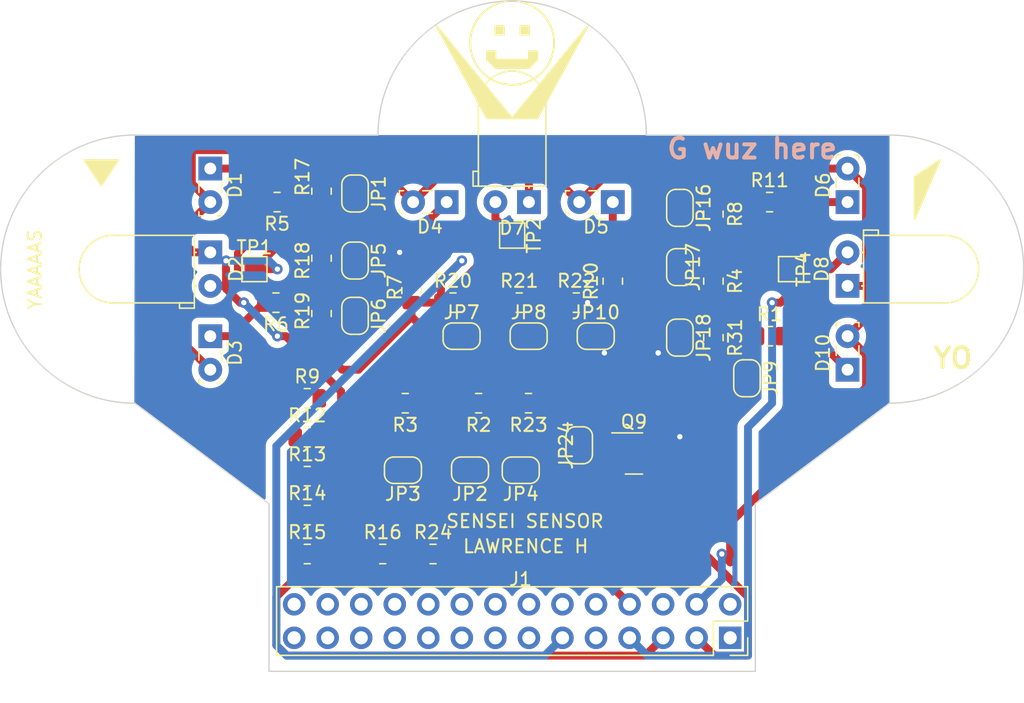
<source format=kicad_pcb>
(kicad_pcb (version 20221018) (generator pcbnew)
  (layers (0 "F.Cu" signal) (31 "B.Cu" signal) (34 "B.Paste" user) (35 "F.Paste" user) (36 "B.SilkS" user "B.Silkscreen") (37 "F.SilkS" user "F.Silkscreen") (38 "B.Mask" user) (39 "F.Mask" user) (44 "Edge.Cuts" user))
  (net 0 "")
  (net 1 "Net-(D3-K)")
  (net 2 "VSS")
  (net 3 "Net-(D4-K)")
  (net 4 "Net-(D6-K)")
  (net 5 "Net-(D10-K)")
  (net 6 "Net-(JP2-B)")
  (net 7 "3V7 pulse input")
  (net 8 "Net-(JP7-B)")
  (net 9 "Net-(JP9-B)")
  (net 10 "GND")
  (net 11 "(V_out_Left)")
  (net 12 "Net-(JP2-A)")
  (net 13 "Net-(JP16-B)")
  (net 14 "Net-(JP17-B)")
  (net 15 "Net-(JP24-B)")
  (net 16 "Net-(JP24-A)")
  (net 17 "Net-(D1-K)")
  (net 18 "Net-(D5-K)")
  (net 19 "Net-(JP9-A)")
  (net 20 "Net-(JP1-B)")
  (net 21 "Net-(JP5-B)")
  (net 22 "Net-(JP10-A)")
  (net 36 "unconnected-(J1-Pin_2-Pad2)")
  (net 57 "(V_out_FRONT)")
  (net 58 "(V_out_RIGHT)")
  (footprint "LED_THT:LED_SideEmitter_Rectangular_W4.5mm_H1.6mm" (layer "F.Cu") (at 233.68 55.88 90)
    (fp_text reference "D10")
    (fp_text value "LD271")
  )
  (footprint "Jumper:SolderJumper-2_P1.3mm_Open_RoundedPad1.0x1.5mm" (layer "F.Cu") (at 220.98 48.1075 -90)
    (fp_text reference "JP17")
    (fp_text value "SJ_OPEN")
  )
  (footprint "Resistor_SMD:R_0805_2012Metric" (layer "F.Cu") (at 190.4775 43.18 180)
    (fp_text reference "R5")
    (fp_text value "20")
  )
  (footprint "Resistor_SMD:R_0805_2012Metric" (layer "F.Cu") (at 190.39 50.8 180)
    (fp_text reference "R6")
    (fp_text value "20")
  )
  (footprint "Resistor_SMD:R_0805_2012Metric" (layer "F.Cu") (at 200.185 58.42 180)
    (fp_text reference "R3")
    (fp_text value "150")
  )
  (footprint "LED_THT:LED_SideEmitter_Rectangular_W4.5mm_H1.6mm" (layer "F.Cu") (at 215.9 43.18 180)
    (fp_text reference "D5")
    (fp_text value "LD271")
  )
  (footprint "Resistor_SMD:R_0805_2012Metric" (layer "F.Cu") (at 223.52 49.1725 -90)
    (fp_text reference "R4")
    (fp_text value "5k")
  )
  (footprint "LED_THT:LED_SideEmitter_Rectangular_W4.5mm_H1.6mm" (layer "F.Cu") (at 203.32 43.18 180)
    (fp_text reference "D4")
    (fp_text value "LD271")
  )
  (footprint "Jumper:SolderJumper-2_P1.3mm_Open_RoundedPad1.0x1.5mm" (layer "F.Cu") (at 205.09 63.5 180)
    (fp_text reference "JP2")
    (fp_text value "SJ_OPEN")
  )
  (footprint "Jumper:SolderJumper-2_P1.3mm_Open_RoundedPad1.0x1.5mm" (layer "F.Cu") (at 196.3825 47.61 -90)
    (fp_text reference "JP5")
    (fp_text value "SJ_OPEN")
  )
  (footprint "Jumper:SolderJumper-2_P1.3mm_Open_RoundedPad1.0x1.5mm" (layer "F.Cu") (at 214.61 53.34)
    (fp_text reference "JP10")
    (fp_text value "SJ_OPEN")
  )
  (footprint "Resistor_SMD:R_0805_2012Metric" (layer "F.Cu") (at 213.135 50.8)
    (fp_text reference "R22")
    (fp_text value "1k")
  )
  (footprint "Resistor_SMD:R_0805_2012Metric" (layer "F.Cu") (at 202.2875 69.85)
    (fp_text reference "R24")
    (fp_text value "5k")
  )
  (footprint "Resistor_SMD:R_0805_2012Metric" (layer "F.Cu") (at 193.8425 42.355 -90)
    (fp_text reference "R17")
    (fp_text value "10k")
  )
  (footprint "Jumper:SolderJumper-2_P1.3mm_Open_RoundedPad1.0x1.5mm" (layer "F.Cu") (at 196.3825 51.8 -90)
    (fp_text reference "JP6")
    (fp_text value "SJ_OPEN")
  )
  (footprint "Resistor_SMD:R_0805_2012Metric" (layer "F.Cu") (at 192.7625 61)
    (fp_text reference "R12")
    (fp_text value "20")
  )
  (footprint "LED_THT:LED_D5.0mm_Horizontal_O1.27mm_Z3.0mm_IRBlack" (layer "F.Cu") (at 209.55 43.18 180)
    (fp_text reference "D7")
    (fp_text value "D_Photo")
  )
  (footprint "Resistor_SMD:R_0805_2012Metric" (layer "F.Cu") (at 215.9 49.1725 90)
    (fp_text reference "R10")
    (fp_text value "20")
  )
  (footprint "Resistor_SMD:R_0805_2012Metric" (layer "F.Cu") (at 192.7625 63.95)
    (fp_text reference "R13")
    (fp_text value "20")
  )
  (footprint "Resistor_SMD:R_0805_2012Metric" (layer "F.Cu") (at 223.52 44.0925 -90)
    (fp_text reference "R8")
    (fp_text value "10k")
  )
  (footprint "Jumper:SolderJumper-2_P1.3mm_Open_RoundedPad1.0x1.5mm" (layer "F.Cu") (at 204.45 53.34)
    (fp_text reference "JP7")
    (fp_text value "SJ_OPEN")
  )
  (footprint "LED_THT:LED_SideEmitter_Rectangular_W4.5mm_H1.6mm" (layer "F.Cu") (at 185.42 40.64 -90)
    (fp_text reference "D1")
    (fp_text value "LD271")
  )
  (footprint "Resistor_SMD:R_0805_2012Metric" (layer "F.Cu") (at 227.775 43.18)
    (fp_text reference "R11")
    (fp_text value "20")
  )
  (footprint "Resistor_SMD:R_0805_2012Metric" (layer "F.Cu") (at 227.775 53.34)
    (fp_text reference "R1")
    (fp_text value "20")
  )
  (footprint "TestPoint:TestPoint_Pad_1.5x1.5mm" (layer "F.Cu") (at 188.7625 48.26)
    (fp_text reference "TP1")
    (fp_text value "TestPoint")
  )
  (footprint "Resistor_SMD:R_0805_2012Metric" (layer "F.Cu") (at 198.4775 69.85)
    (fp_text reference "R16")
    (fp_text value "5k")
  )
  (footprint "Resistor_SMD:R_0805_2012Metric" (layer "F.Cu") (at 205.74 58.42 180)
    (fp_text reference "R2")
    (fp_text value "100")
  )
  (footprint "TestPoint:TestPoint_Pad_1.5x1.5mm" (layer "F.Cu") (at 229.4025 48.26 -90)
    (fp_text reference "TP4")
    (fp_text value "TestPoint")
  )
  (footprint "Jumper:SolderJumper-2_P1.3mm_Open_RoundedPad1.0x1.5mm" (layer "F.Cu") (at 220.98 43.6175 -90)
    (fp_text reference "JP16")
    (fp_text value "SJ_OPEN")
  )
  (footprint "Resistor_SMD:R_0805_2012Metric" (layer "F.Cu") (at 193.8425 47.435 -90)
    (fp_text reference "R18")
    (fp_text value "5k")
  )
  (footprint "LED_THT:LED_D5.0mm_Horizontal_O1.27mm_Z3.0mm_IRBlack" (layer "F.Cu") (at 233.68 49.53 90)
    (fp_text reference "D8")
    (fp_text value "D_Photo")
  )
  (footprint "Jumper:SolderJumper-2_P1.3mm_Open_RoundedPad1.0x1.5mm" (layer "F.Cu") (at 209.53 53.34)
    (fp_text reference "JP8")
    (fp_text value "SJ_OPEN")
  )
  (footprint "LED_THT:LED_SideEmitter_Rectangular_W4.5mm_H1.6mm" (layer "F.Cu") (at 233.68 43.18 90)
    (fp_text reference "D6")
    (fp_text value "LD271")
  )
  (footprint "Resistor_SMD:R_0805_2012Metric" (layer "F.Cu") (at 203.8 50.8)
    (fp_text reference "R20")
    (fp_text value "10k")
  )
  (footprint "Jumper:SolderJumper-2_P1.3mm_Open_RoundedPad1.0x1.5mm" (layer "F.Cu") (at 226.06 56.53 -90)
    (fp_text reference "JP9")
    (fp_text value "SJ_OPEN")
  )
  (footprint "Resistor_SMD:R_0805_2012Metric" (layer "F.Cu") (at 192.7625 58.05)
    (fp_text reference "R9")
    (fp_text value "20")
  )
  (footprint "Connector_PinSocket_2.54mm:PinSocket_2x14_P2.54mm_Vertical" (layer "F.Cu") (at 224.79 76.2 -90)
    (fp_text reference "J1")
    (fp_text value "Conn_01x28_Pin")
  )
  (footprint "LED_THT:LED_D5.0mm_Horizontal_O1.27mm_Z3.0mm_IRBlack" (layer "F.Cu") (at 185.42 46.99 -90)
    (fp_text reference "D2")
    (fp_text value "D_Photo")
  )
  (footprint "Resistor_SMD:R_0805_2012Metric" (layer "F.Cu") (at 193.8425 51.625 -90)
    (fp_text reference "R19")
    (fp_text value "1k")
  )
  (footprint "Resistor_SMD:R_0805_2012Metric" (layer "F.Cu") (at 209.52 58.42 180)
    (fp_text reference "R23")
    (fp_text value "51")
  )
  (footprint "Jumper:SolderJumper-2_P1.3mm_Open_RoundedPad1.0x1.5mm" (layer "F.Cu") (at 200.01 63.5 180)
    (fp_text reference "JP3")
    (fp_text value "SJ_OPEN")
  )
  (footprint "Package_TO_SOT_SMD:SOT-23" (layer "F.Cu") (at 217.5025 62.23)
    (fp_text reference "Q9")
    (fp_text value "NPN")
  )
  (footprint "Resistor_SMD:R_0805_2012Metric" (layer "F.Cu") (at 192.7625 66.9)
    (fp_text reference "R14")
    (fp_text value "20")
  )
  (footprint "Jumper:SolderJumper-2_P1.3mm_Open_RoundedPad1.0x1.5mm" (layer "F.Cu") (at 213.36 61.61 90)
    (fp_text reference "JP24")
    (fp_text value "SJ_OPEN")
  )
  (footprint "Jumper:SolderJumper-2_P1.3mm_Open_RoundedPad1.0x1.5mm" (layer "F.Cu") (at 208.93 63.5 180)
    (fp_text reference "JP4")
    (fp_text value "SJ_OPEN")
  )
  (footprint "Resistor_SMD:R_0805_2012Metric" (layer "F.Cu") (at 192.7625 69.85)
    (fp_text reference "R15")
    (fp_text value "20")
  )
  (footprint "Jumper:SolderJumper-2_P1.3mm_Open_RoundedPad1.0x1.5mm" (layer "F.Cu") (at 196.3825 42.53 -90)
    (fp_text reference "JP1")
    (fp_text value "SJ_OPEN")
  )
  (footprint "Jumper:SolderJumper-2_P1.3mm_Open_RoundedPad1.0x1.5mm" (layer "F.Cu") (at 220.98 53.45 -90)
    (fp_text reference "JP18")
    (fp_text value "SJ_OPEN")
  )
  (footprint "Resistor_SMD:R_0805_2012Metric" (layer "F.Cu") (at 223.52 53.45 -90)
    (fp_text reference "R31")
    (fp_text value "1k")
  )
  (footprint "TestPoint:TestPoint_Pad_1.5x1.5mm" (layer "F.Cu") (at 208.28 45.72 -90)
    (fp_text reference "TP2")
    (fp_text value "TestPoint")
  )
  (footprint "Resistor_SMD:R_0805_2012Metric" (layer "F.Cu") (at 200.66 49.8875 90)
    (fp_text reference "R7")
    (fp_text value "20")
  )
  (footprint "Resistor_SMD:R_0805_2012Metric" (layer "F.Cu") (at 208.815 50.8)
    (fp_text reference "R21")
    (fp_text value "5k")
  )
  (footprint "LED_THT:LED_SideEmitter_Rectangular_W4.5mm_H1.6mm" (layer "F.Cu") (at 185.42 53.34 -90)
    (fp_text reference "D3")
    (fp_text value "LD271")
  )
  (gr_poly (pts (xy 175.895 40.005) (xy 177.165 41.91) (xy 178.435 40.005)) (stroke (width 0.15)) (fill solid) (layer "F.SilkS"))
  (gr_poly (pts (xy 206.375 31.75) (xy 206.375 32.385) (xy 207.01 33.02) (xy 209.55 33.02) (xy 210.185 32.385) (xy 210.185 31.75) (xy 209.55 31.75) (xy 209.55 32.385) (xy 207.01 32.385) (xy 207.01 31.75)) (stroke (width 0.15)) (fill solid) (layer "F.SilkS"))
  (gr_poly (pts (xy 208.28 36.83) (xy 202.565 29.845) (xy 206.375 36.83)) (stroke (width 0.15)) (fill solid) (layer "F.SilkS"))
  (gr_poly (pts (xy 208.28 36.83) (xy 213.995 29.845) (xy 210.185 36.83)) (stroke (width 0.15)) (fill solid) (layer "F.SilkS"))
  (gr_poly (pts (xy 238.76 41.275) (xy 238.76 44.45) (xy 240.665 40.005)) (stroke (width 0.15)) (fill solid) (layer "F.SilkS"))
  (gr_circle (center 208.28 31.115) (end 210.82 33.02) (stroke (width 0.15)) (fill none) (layer "F.SilkS"))
  (gr_poly (pts (xy 208.915 29.845) (xy 208.915 30.48) (xy 209.55 30.48) (xy 209.55 29.845)) (stroke (width 0.15)) (fill solid) (layer "F.SilkS"))
  (gr_poly (pts (xy 207.01 29.845) (xy 207.01 30.48) (xy 207.645 30.48) (xy 207.645 29.845)) (stroke (width 0.15)) (fill solid) (layer "F.SilkS"))
  (gr_line (start 189.865 78.74) (end 189.865 66.04) (stroke (width 0.1)) (layer "Edge.Cuts"))
  (gr_line (start 218.44 38.1) (end 236.855 38.1) (stroke (width 0.1)) (layer "Edge.Cuts"))
  (gr_arc (start 179.705 58.42) (mid 169.545 48.26) (end 179.705 38.1) (stroke (width 0.1)) (layer "Edge.Cuts"))
  (gr_arc (start 198.12 38.1) (mid 208.28 27.94) (end 218.44 38.1) (stroke (width 0.1)) (layer "Edge.Cuts"))
  (gr_line (start 226.695 66.04) (end 236.855 58.42) (stroke (width 0.1)) (layer "Edge.Cuts"))
  (gr_arc (start 236.855 38.1) (mid 247.015 48.26) (end 236.855 58.42) (stroke (width 0.1)) (layer "Edge.Cuts"))
  (gr_line (start 189.865 66.04) (end 179.705 58.42) (stroke (width 0.1)) (layer "Edge.Cuts"))
  (gr_line (start 226.695 78.74) (end 226.695 66.04) (stroke (width 0.1)) (layer "Edge.Cuts"))
  (gr_line (start 189.865 78.74) (end 226.695 78.74) (stroke (width 0.1)) (layer "Edge.Cuts"))
  (gr_line (start 198.12 38.1) (end 179.705 38.1) (stroke (width 0.1)) (layer "Edge.Cuts"))
  (gr_text "G wuz here" (at 233.045 40.005) (layer "B.SilkS") (effects (font (size 1.5 1.5) (thickness 0.3) bold) (justify right bottom)))
  (gr_text "SENSEI SENSOR" (at 203.2 67.945) (layer "F.SilkS") (effects (font (size 1 1)) (justify left bottom)))
  (gr_text "YAAAAAS\n" (at 172.72 51.435 90) (layer "F.SilkS") (effects (font (size 1 1)) (justify left bottom)))
  (gr_text "YO" (at 240.03 55.88) (layer "F.SilkS") (effects (font (size 1.5 1.5) (thickness 0.3) bold) (justify left bottom)))
  (gr_text "LAWRENCE H" (at 204.47 69.85) (layer "F.SilkS") (effects (font (size 1 1)) (justify left bottom)))
  (segment (start 186.9375 53.34) (end 189.4775 50.8) (width 0.6) (layer "F.Cu") (net 1))
  (segment (start 185.42 53.34) (end 186.9375 53.34) (width 0.6) (layer "F.Cu") (net 1))
  (segment (start 196.84 39.24) (end 184.02 39.24) (width 0.6) (layer "F.Cu") (net 2))
  (segment (start 224.79 67.500147) (end 235.08 57.210147) (width 0.6) (layer "F.Cu") (net 2))
  (segment (start 208.28 39.7025) (end 209.8825 39.7025) (width 0.6) (layer "F.Cu") (net 2))
  (segment (start 224.79 67.500147) (end 224.79 70.478724) (width 0.6) (layer "F.Cu") (net 2))
  (segment (start 235.08 54.74) (end 233.68 53.34) (width 0.6) (layer "F.Cu") (net 2))
  (segment (start 209.55 40.035) (end 209.8825 39.7025) (width 0.6) (layer "F.Cu") (net 2))
  (segment (start 213.36 43.18) (end 215.9 40.64) (width 0.6) (layer "F.Cu") (net 2))
  (segment (start 182.88 48.26) (end 182.88 53.34) (width 0.6) (layer "F.Cu") (net 2))
  (segment (start 209.8825 39.7025) (end 213.36 43.18) (width 0.6) (layer "F.Cu") (net 2))
  (segment (start 200.78 43.18) (end 196.84 39.24) (width 0.6) (layer "F.Cu") (net 2))
  (segment (start 182.88 45.72) (end 184.15 46.99) (width 0.6) (layer "F.Cu") (net 2))
  (segment (start 209.55 43.18) (end 209.55 40.035) (width 0.6) (layer "F.Cu") (net 2))
  (segment (start 184.15 46.99) (end 185.42 46.99) (width 0.6) (layer "F.Cu") (net 2))
  (segment (start 184.02 41.78) (end 185.42 43.18) (width 0.6) (layer "F.Cu") (net 2))
  (segment (start 233.68 40.64) (end 235.08 42.04) (width 0.6) (layer "F.Cu") (net 2))
  (segment (start 215.9 40.64) (end 233.68 40.64) (width 0.6) (layer "F.Cu") (net 2))
  (segment (start 208.28 39.7025) (end 204.2575 39.7025) (width 0.6) (layer "F.Cu") (net 2))
  (segment (start 182.88 45.72) (end 182.88 48.26) (width 0.6) (layer "F.Cu") (net 2))
  (segment (start 185.42 43.18) (end 182.88 45.72) (width 0.6) (layer "F.Cu") (net 2))
  (segment (start 235.18 47.7625) (end 235.18 49.53) (width 0.6) (layer "F.Cu") (net 2))
  (segment (start 235.08 57.210147) (end 235.08 54.74) (width 0.6) (layer "F.Cu") (net 2))
  (segment (start 204.2575 39.7025) (end 200.78 43.18) (width 0.6) (layer "F.Cu") (net 2))
  (segment (start 235.18 51.84) (end 233.68 53.34) (width 0.6) (layer "F.Cu") (net 2))
  (segment (start 182.88 53.34) (end 185.42 55.88) (width 0.6) (layer "F.Cu") (net 2))
  (segment (start 233.68 49.53) (end 235.18 49.53) (width 0.6) (layer "F.Cu") (net 2))
  (segment (start 235.18 49.53) (end 235.18 51.84) (width 0.6) (layer "F.Cu") (net 2))
  (segment (start 235.08 47.6625) (end 235.18 47.7625) (width 0.6) (layer "F.Cu") (net 2))
  (segment (start 224.79 70.478724) (end 224.793138 70.481862) (width 0.6) (layer "F.Cu") (net 2))
  (segment (start 235.08 42.04) (end 235.08 47.6625) (width 0.6) (layer "F.Cu") (net 2))
  (segment (start 224.793138 70.481862) (end 224.158138 69.846862) (width 0.6) (layer "F.Cu") (net 2))
  (segment (start 184.02 39.24) (end 184.02 41.78) (width 0.6) (layer "F.Cu") (net 2))
  (via (at 224.158138 69.846862) (size 0.8) (drill 0.4) (layers "F.Cu" "B.Cu") (net 2))
  (segment (start 224.158138 69.846862) (end 224.158138 71.751862) (width 0.6) (layer "B.Cu") (net 2))
  (segment (start 224.158138 71.751862) (end 222.25 73.66) (width 0.6) (layer "B.Cu") (net 2))
  (segment (start 203.32 43.18) (end 200.66 45.84) (width 0.6) (layer "F.Cu") (net 3))
  (segment (start 200.66 45.84) (end 200.66 48.975) (width 0.6) (layer "F.Cu") (net 3))
  (segment (start 233.68 43.18) (end 228.6 43.18) (width 0.6) (layer "F.Cu") (net 4))
  (segment (start 228.6875 53.34) (end 231.9425 53.34) (width 0.6) (layer "F.Cu") (net 5))
  (segment (start 231.9425 53.34) (end 231.9425 54.1425) (width 0.6) (layer "F.Cu") (net 5))
  (segment (start 231.9425 54.1425) (end 233.68 55.88) (width 0.6) (layer "F.Cu") (net 5))
  (segment (start 201.0975 60.96) (end 201.0975 58.42) (width 0.6) (layer "F.Cu") (net 6))
  (segment (start 205.0025 60.96) (end 204.44 61.5225) (width 0.6) (layer "F.Cu") (net 6))
  (segment (start 201.0975 60.96) (end 205.0025 60.96) (width 0.6) (layer "F.Cu") (net 6))
  (segment (start 204.44 61.5225) (end 204.44 63.5) (width 0.6) (layer "F.Cu") (net 6))
  (segment (start 205.0025 58.595) (end 204.8275 58.42) (width 0.6) (layer "F.Cu") (net 6))
  (segment (start 205.0025 60.96) (end 205.0025 58.595) (width 0.6) (layer "F.Cu") (net 6))
  (segment (start 200.66 61.3975) (end 201.0975 60.96) (width 0.6) (layer "F.Cu") (net 6))
  (segment (start 200.66 63.5) (end 200.66 61.3975) (width 0.6) (layer "F.Cu") (net 6))
  (segment (start 215.265 71.755) (end 217.17 73.66) (width 0.6) (layer "F.Cu") (net 7))
  (segment (start 198.655 63.5) (end 199.36 63.5) (width 0.6) (layer "F.Cu") (net 7))
  (segment (start 199.36 64.157108) (end 206.957892 71.755) (width 0.6) (layer "F.Cu") (net 7))
  (segment (start 199.36 63.5) (end 199.36 64.157108) (width 0.6) (layer "F.Cu") (net 7))
  (segment (start 206.957892 71.755) (end 215.265 71.755) (width 0.6) (layer "F.Cu") (net 7))
  (segment (start 199.2725 63.4125) (end 199.2725 58.42) (width 0.6) (layer "F.Cu") (net 7))
  (segment (start 199.36 63.5) (end 199.2725 63.4125) (width 0.6) (layer "F.Cu") (net 7))
  (segment (start 204.7125 50.8) (end 205.1 51.1875) (width 0.6) (layer "F.Cu") (net 8))
  (segment (start 207.9025 52.3625) (end 208.88 53.34) (width 0.6) (layer "F.Cu") (net 8))
  (segment (start 204.7125 50.8) (end 207.9025 50.8) (width 0.6) (layer "F.Cu") (net 8))
  (segment (start 205.1 51.1875) (end 205.1 53.34) (width 0.6) (layer "F.Cu") (net 8))
  (segment (start 207.9025 50.8) (end 207.9025 52.3625) (width 0.6) (layer "F.Cu") (net 8))
  (segment (start 218.44 59.61) (end 220.87 57.18) (width 0.6) (layer "F.Cu") (net 9))
  (segment (start 218.44 62.23) (end 218.44 59.61) (width 0.6) (layer "F.Cu") (net 9))
  (segment (start 220.87 57.18) (end 226.06 57.18) (width 0.6) (layer "F.Cu") (net 9))
  (segment (start 219.146739 63.18) (end 220.98 61.346739) (width 0.6) (layer "F.Cu") (net 10))
  (segment (start 196.3825 52.45) (end 197.039608 52.45) (width 0.6) (layer "F.Cu") (net 10))
  (segment (start 223.2575 54.1) (end 223.52 54.3625) (width 0.6) (layer "F.Cu") (net 10))
  (segment (start 220.98 54.1) (end 219.8495 54.1) (width 0.6) (layer "F.Cu") (net 10))
  (segment (start 216.565 63.525811) (end 226.14 73.100811) (width 0.6) (layer "F.Cu") (net 10))
  (segment (start 226.14 77.39) (end 225.98 77.55) (width 0.6) (layer "F.Cu") (net 10))
  (segment (start 215.26 53.34) (end 215.26 54.605) (width 0.6) (layer "F.Cu") (net 10))
  (segment (start 215.26 52.0125) (end 215.26 53.34) (width 0.6) (layer "F.Cu") (net 10))
  (segment (start 223.6 77.55) (end 222.25 76.2) (width 0.6) (layer "F.Cu") (net 10))
  (segment (start 199.46 50.029608) (end 199.46 47.2905) (width 0.6) (layer "F.Cu") (net 10))
  (segment (start 214.0475 50.8) (end 215.26 52.0125) (width 0.6) (layer "F.Cu") (net 10))
  (segment (start 193.8425 52.5375) (end 196.295 52.5375) (width 0.6) (layer "F.Cu") (net 10))
  (segment (start 226.14 73.100811) (end 226.14 77.39) (width 0.6) (layer "F.Cu") (net 10))
  (segment (start 215.26 54.605) (end 215.265 54.61) (width 0.6) (layer "F.Cu") (net 10))
  (segment (start 219.8495 54.1) (end 219.3395 54.61) (width 0.6) (layer "F.Cu") (net 10))
  (segment (start 225.98 77.55) (end 223.6 77.55) (width 0.6) (layer "F.Cu") (net 10))
  (segment (start 216.565 63.18) (end 219.146739 63.18) (width 0.6) (layer "F.Cu") (net 10))
  (segment (start 220.98 61.346739) (end 220.98 60.96) (width 0.6) (layer "F.Cu") (net 10))
  (segment (start 216.565 63.18) (end 216.565 63.525811) (width 0.6) (layer "F.Cu") (net 10))
  (segment (start 199.46 47.2905) (end 199.7605 46.99) (width 0.6) (layer "F.Cu") (net 10))
  (segment (start 220.98 54.1) (end 223.2575 54.1) (width 0.6) (layer "F.Cu") (net 10))
  (segment (start 196.295 52.5375) (end 196.3825 52.45) (width 0.6) (layer "F.Cu") (net 10))
  (segment (start 197.039608 52.45) (end 199.46 50.029608) (width 0.6) (layer "F.Cu") (net 10))
  (via (at 220.98 60.96) (size 0.8) (drill 0.4) (layers "F.Cu" "B.Cu") (net 10))
  (via (at 213.995 50.8) (size 0.8) (drill 0.4) (layers "F.Cu" "B.Cu") (net 10))
  (via (at 219.3395 54.61) (size 0.8) (drill 0.4) (layers "F.Cu" "B.Cu") (net 10))
  (via (at 199.7605 46.99) (size 0.8) (drill 0.4) (layers "F.Cu" "B.Cu") (net 10))
  (via (at 215.265 54.61) (size 0.8) (drill 0.4) (layers "F.Cu" "B.Cu") (net 10))
  (via (at 219.3395 54.61) (size 0.8) (drill 0.4) (layers "F.Cu" "B.Cu") (net 10))
  (segment (start 219.3395 54.61) (end 217.17 54.61) (width 0.6) (layer "B.Cu") (net 10))
  (segment (start 209.92 46.725) (end 213.995 50.8) (width 0.6) (layer "B.Cu") (net 10))
  (segment (start 220.98 58.42) (end 220.98 60.96) (width 0.6) (layer "B.Cu") (net 10))
  (segment (start 199.7605 46.99) (end 200.0255 46.725) (width 0.6) (layer "B.Cu") (net 10))
  (segment (start 217.17 54.61) (end 220.98 58.42) (width 0.6) (layer "B.Cu") (net 10))
  (segment (start 217.17 54.61) (end 215.265 54.61) (width 0.6) (layer "B.Cu") (net 10))
  (segment (start 200.0255 46.725) (end 209.92 46.725) (width 0.6) (layer "B.Cu") (net 10))
  (segment (start 195.945 41.4425) (end 196.3825 41.88) (width 0.6) (layer "F.Cu") (net 11))
  (segment (start 186.613 49.741871) (end 187.671129 50.8) (width 0.6) (layer "F.Cu") (net 11))
  (segment (start 188.7625 48.26) (end 192.6425 44.38) (width 0.6) (layer "F.Cu") (net 11))
  (segment (start 191.210811 77.55) (end 218.36 77.55) (width 0.6) (layer "F.Cu") (net 11))
  (segment (start 192.6425 42.6425) (end 193.8425 41.4425) (width 0.6) (layer "F.Cu") (net 11))
  (segment (start 190.5 48.26) (end 188.7625 48.26) (width 0.6) (layer "F.Cu") (net 11))
  (segment (start 187.671129 50.8) (end 187.96 50.8) (width 0.6) (layer "F.Cu") (net 11))
  (segment (start 185.42 49.53) (end 186.613 49.53) (width 0.6) (layer "F.Cu") (net 11))
  (segment (start 190.5 53.34) (end 191.135 53.34) (width 0.6) (layer "F.Cu") (net 11))
  (segment (start 193.8425 41.4425) (end 195.945 41.4425) (width 0.6) (layer "F.Cu") (net 11))
  (segment (start 191.135 53.34) (end 195.3225 57.5275) (width 0.6) (layer "F.Cu") (net 11))
  (segment (start 186.613 48.26) (end 186.613 49.53) (width 0.6) (layer "F.Cu") (net 11))
  (segment (start 190.42 76.759189) (end 191.210811 77.55) (width 0.6) (layer "F.Cu") (net 11))
  (segment (start 218.36 77.55) (end 219.71 76.2) (width 0.6) (layer "F.Cu") (net 11))
  (segment (start 186.613 49.53) (end 186.613 49.741871) (width 0.6) (layer "F.Cu") (net 11))
  (segment (start 186.613 48.26) (end 186.613 47.625) (width 0.6) (layer "F.Cu") (net 11))
  (segment (start 192.6425 44.38) (end 192.6425 42.6425) (width 0.6) (layer "F.Cu") (net 11))
  (segment (start 195.3225 68.198311) (end 190.42 73.100811) (width 0.6) (layer "F.Cu") (net 11))
  (segment (start 190.42 73.100811) (end 190.42 76.759189) (width 0.6) (layer "F.Cu") (net 11))
  (segment (start 195.3225 57.5275) (end 195.3225 68.198311) (width 0.6) (layer "F.Cu") (net 11))
  (via (at 190.5 53.34) (size 0.8) (drill 0.4) (layers "F.Cu" "B.Cu") (net 11))
  (via (at 186.613 47.625) (size 0.8) (drill 0.4) (layers "F.Cu" "B.Cu") (net 11))
  (via (at 190.5 48.26) (size 0.8) (drill 0.4) (layers "F.Cu" "B.Cu") (net 11))
  (via (at 187.96 50.8) (size 0.8) (drill 0.4) (layers "F.Cu" "B.Cu") (net 11))
  (segment (start 189.865 47.625) (end 190.5 48.26) (width 0.6) (layer "B.Cu") (net 11))
  (segment (start 186.613 47.625) (end 189.865 47.625) (width 0.6) (layer "B.Cu") (net 11))
  (segment (start 187.96 50.8) (end 190.5 53.34) (width 0.6) (layer "B.Cu") (net 11))
  (segment (start 206.8275 60.96) (end 208.6075 60.96) (width 0.6) (layer "F.Cu") (net 12))
  (segment (start 208.6075 60.96) (end 208.6075 58.42) (width 0.6) (layer "F.Cu") (net 12))
  (segment (start 208.28 63.5) (end 208.28 61.2875) (width 0.6) (layer "F.Cu") (net 12))
  (segment (start 208.28 61.2875) (end 208.6075 60.96) (width 0.6) (layer "F.Cu") (net 12))
  (segment (start 206.8275 58.595) (end 206.6525 58.42) (width 0.6) (layer "F.Cu") (net 12))
  (segment (start 206.8275 62.4125) (end 206.8275 60.96) (width 0.6) (layer "F.Cu") (net 12))
  (segment (start 205.74 63.5) (end 208.28 63.5) (width 0.6) (layer "F.Cu") (net 12))
  (segment (start 205.74 63.5) (end 206.8275 62.4125) (width 0.6) (layer "F.Cu") (net 12))
  (segment (start 206.8275 60.96) (end 206.8275 58.595) (width 0.6) (layer "F.Cu") (net 12))
  (segment (start 222.7175 47.4575) (end 223.52 48.26) (width 0.6) (layer "F.Cu") (net 13))
  (segment (start 220.98 47.4575) (end 222.7175 47.4575) (width 0.6) (layer "F.Cu") (net 13))
  (segment (start 222.7825 44.2675) (end 223.52 45.005) (width 0.6) (layer "F.Cu") (net 13))
  (segment (start 220.98 44.2675) (end 222.7825 44.2675) (width 0.6) (layer "F.Cu") (net 13))
  (segment (start 220.98 44.2675) (end 220.98 47.4575) (width 0.6) (layer "F.Cu") (net 13))
  (segment (start 220.98 52.8) (end 223.2575 52.8) (width 0.6) (layer "F.Cu") (net 14))
  (segment (start 222.1925 48.7575) (end 223.52 50.085) (width 0.6) (layer "F.Cu") (net 14))
  (segment (start 220.98 48.7575) (end 220.98 52.8) (width 0.6) (layer "F.Cu") (net 14))
  (segment (start 220.98 48.7575) (end 222.1925 48.7575) (width 0.6) (layer "F.Cu") (net 14))
  (segment (start 223.2575 52.8) (end 223.52 52.5375) (width 0.6) (layer "F.Cu") (net 14))
  (segment (start 210.4325 60.5725) (end 210.4325 58.42) (width 0.6) (layer "F.Cu") (net 15))
  (segment (start 210.4325 60.96) (end 210.82 60.96) (width 0.6) (layer "F.Cu") (net 15))
  (segment (start 209.58 63.5) (end 209.58 61.8125) (width 0.6) (layer "F.Cu") (net 15))
  (segment (start 210.82 60.96) (end 213.36 60.96) (width 0.6) (layer "F.Cu") (net 15))
  (segment (start 210.82 60.96) (end 210.4325 60.5725) (width 0.6) (layer "F.Cu") (net 15))
  (segment (start 209.58 61.8125) (end 210.4325 60.96) (width 0.6) (layer "F.Cu") (net 15))
  (segment (start 213.36 62.26) (end 215.585 62.26) (width 0.6) (layer "F.Cu") (net 16))
  (segment (start 215.585 62.26) (end 216.565 61.28) (width 0.6) (layer "F.Cu") (net 16))
  (segment (start 185.42 40.64) (end 187.025 40.64) (width 0.6) (layer "F.Cu") (net 17))
  (segment (start 187.025 40.64) (end 189.565 43.18) (width 0.6) (layer "F.Cu") (net 17))
  (segment (start 215.9 43.18) (end 215.9 48.26) (width 0.6) (layer "F.Cu") (net 18))
  (segment (start 225.65 41.9675) (end 220.315786 41.9675) (width 0.6) (layer "F.Cu") (net 19))
  (segment (start 218.44 53.224214) (end 218.497893 53.282107) (width 0.6) (layer "F.Cu") (net 19))
  (segment (start 191.39 43.18) (end 187.5125 47.0575) (width 0.6) (layer "F.Cu") (net 19))
  (segment (start 215.9 55.88) (end 216.26 55.52) (width 0.6) (layer "F.Cu") (net 19))
  (segment (start 215.9 50.8) (end 216.26 51.16) (width 0.6) (layer "F.Cu") (net 19))
  (segment (start 218.382107 53.282107) (end 218.497893 53.282107) (width 0.6) (layer "F.Cu") (net 19))
  (segment (start 195.41184 55.88) (end 196.644214 55.88) (width 0.6) (layer "F.Cu") (net 19))
  (segment (start 216.26 55.52) (end 216.26 51.16) (width 0.6) (layer "F.Cu") (net 19))
  (segment (start 190.0125 49.51) (end 191.3025 50.8) (width 0.6) (layer "F.Cu") (net 19))
  (segment (start 215.9 50.085) (end 215.9 50.8) (width 0.6) (layer "F.Cu") (net 19))
  (segment (start 218.44 53.34) (end 218.497893 53.282107) (width 0.6) (layer "F.Cu") (net 19))
  (segment (start 220.315786 41.9675) (end 218.44 43.843286) (width 0.6) (layer "F.Cu") (net 19))
  (segment (start 187.5125 49.51) (end 190.0125 49.51) (width 0.6) (layer "F.Cu") (net 19))
  (segment (start 226.8625 43.18) (end 225.65 41.9675) (width 0.6) (layer "F.Cu") (net 19))
  (segment (start 218.44 55.88) (end 218.44 53.34) (width 0.6) (layer "F.Cu") (net 19))
  (segment (start 187.5125 47.0575) (end 187.5125 49.51) (width 0.6) (layer "F.Cu") (net 19))
  (segment (start 226.06 55.88) (end 218.44 55.88) (width 0.6) (layer "F.Cu") (net 19))
  (segment (start 200.66 51.864214) (end 204.675786 55.88) (width 0.6) (layer "F.Cu") (net 19))
  (segment (start 191.3025 50.8) (end 191.3025 51.77066) (width 0.6) (layer "F.Cu") (net 19))
  (segment (start 218.44 43.843286) (end 218.44 53.224214) (width 0.6) (layer "F.Cu") (net 19))
  (segment (start 191.3025 51.77066) (end 195.41184 55.88) (width 0.6) (layer "F.Cu") (net 19))
  (segment (start 196.644214 55.88) (end 200.66 51.864214) (width 0.6) (layer "F.Cu") (net 19))
  (segment (start 216.26 51.16) (end 218.382107 53.282107) (width 0.6) (layer "F.Cu") (net 19))
  (segment (start 204.675786 55.88) (end 215.9 55.88) (width 0.6) (layer "F.Cu") (net 19))
  (segment (start 200.66 50.8) (end 200.66 51.864214) (width 0.6) (layer "F.Cu") (net 19))
  (segment (start 226.06 55.88) (end 226.06 54.1425) (width 0.6) (layer "F.Cu") (net 19))
  (segment (start 226.06 54.1425) (end 226.8625 53.34) (width 0.6) (layer "F.Cu") (net 19))
  (segment (start 193.8425 46.5225) (end 195.945 46.5225) (width 0.6) (layer "F.Cu") (net 20))
  (segment (start 193.93 43.18) (end 193.8425 43.2675) (width 0.6) (layer "F.Cu") (net 20))
  (segment (start 196.3825 43.18) (end 193.93 43.18) (width 0.6) (layer "F.Cu") (net 20))
  (segment (start 193.8425 43.2675) (end 193.8425 46.5225) (width 0.6) (layer "F.Cu") (net 20))
  (segment (start 195.945 46.5225) (end 196.3825 46.96) (width 0.6) (layer "F.Cu") (net 20))
  (segment (start 193.8425 48.3475) (end 193.8425 50.7125) (width 0.6) (layer "F.Cu") (net 21))
  (segment (start 196.295 48.3475) (end 196.3825 48.26) (width 0.6) (layer "F.Cu") (net 21))
  (segment (start 193.8425 50.7125) (end 195.945 50.7125) (width 0.6) (layer "F.Cu") (net 21))
  (segment (start 193.8425 48.3475) (end 196.295 48.3475) (width 0.6) (layer "F.Cu") (net 21))
  (segment (start 195.945 50.7125) (end 196.3825 51.15) (width 0.6) (layer "F.Cu") (net 21))
  (segment (start 209.7275 50.8) (end 210.18 51.2525) (width 0.6) (layer "F.Cu") (net 22))
  (segment (start 210.18 51.2525) (end 210.18 53.34) (width 0.6) (layer "F.Cu") (net 22))
  (segment (start 212.2225 52.2025) (end 213.36 53.34) (width 0.6) (layer "F.Cu") (net 22))
  (segment (start 212.2225 50.8) (end 212.2225 52.2025) (width 0.6) (layer "F.Cu") (net 22))
  (segment (start 209.7275 50.8) (end 212.2225 50.8) (width 0.6) (layer "F.Cu") (net 22))
  (segment (start 213.36 53.34) (end 213.96 53.34) (width 0.6) (layer "F.Cu") (net 22))
  (segment (start 224.793138 73.656862) (end 224.79 73.66) (width 0.6) (layer "B.Cu") (net 36))
  (segment (start 202.8875 49.2075) (end 203.2 48.895) (width 0.6) (layer "F.Cu") (net 57))
  (segment (start 202.8875 50.8) (end 201.5595 50.8) (width 0.6) (layer "F.Cu") (net 57))
  (segment (start 202.8875 50.8) (end 202.8875 52.4275) (width 0.6) (layer "F.Cu") (net 57))
  (segment (start 207.9675 45.72) (end 202.8875 50.8) (width 0.6) (layer "F.Cu") (net 57))
  (segment (start 203.835 48.26) (end 204.47 47.625) (width 0.6) (layer "F.Cu") (net 57))
  (segment (start 208.28 45.72) (end 207.9675 45.72) (width 0.6) (layer "F.Cu") (net 57))
  (segment (start 202.8875 50.8) (end 202.8875 49.2075) (width 0.6) (layer "F.Cu") (net 57))
  (segment (start 207.01 43.18) (end 207.01 44.45) (width 0.6) (layer "F.Cu") (net 57))
  (segment (start 203.2 48.895) (end 203.835 48.26) (width 0.6) (layer "F.Cu") (net 57))
  (segment (start 202.8875 52.4275) (end 203.8 53.34) (width 0.6) (layer "F.Cu") (net 57))
  (segment (start 207.01 44.45) (end 208.28 45.72) (width 0.6) (layer "F.Cu") (net 57))
  (via (at 204.47 47.625) (size 0.8) (drill 0.4) (layers "F.Cu" "B.Cu") (net 57))
  (segment (start 204.47 47.625) (end 190.42 61.675) (width 0.6) (layer "B.Cu") (net 57))
  (segment (start 190.42 61.675) (end 190.42 76.759189) (width 0.6) (layer "B.Cu") (net 57))
  (segment (start 210.74 77.55) (end 212.09 76.2) (width 0.6) (layer "B.Cu") (net 57))
  (segment (start 191.210811 77.55) (end 210.74 77.55) (width 0.6) (layer "B.Cu") (net 57))
  (segment (start 190.42 76.759189) (end 191.210811 77.55) (width 0.6) (layer "B.Cu") (net 57))
  (segment (start 221.1925 43.18) (end 220.98 42.9675) (width 0.6) (layer "F.Cu") (net 58))
  (segment (start 229.4025 49.9975) (end 228.6 50.8) (width 0.6) (layer "F.Cu") (net 58))
  (segment (start 228.6 48.26) (end 223.52 43.18) (width 0.6) (layer "F.Cu") (net 58))
  (segment (start 229.57 50.165) (end 229.4025 49.9975) (width 0.6) (layer "F.Cu") (net 58))
  (segment (start 229.4025 48.26) (end 232.41 48.26) (width 0.6) (layer "F.Cu") (net 58))
  (segment (start 228.6 50.8) (end 227.965 50.8) (width 0.6) (layer "F.Cu") (net 58))
  (segment (start 233.7175 47.6625) (end 233.68 47.625) (width 0.6) (layer "F.Cu") (net 58))
  (segment (start 232.41 48.26) (end 233.68 46.99) (width 0.6) (layer "F.Cu") (net 58))
  (segment (start 229.4025 48.26) (end 229.7 48.5575) (width 0.6) (layer "F.Cu") (net 58))
  (segment (start 229.4025 48.26) (end 228.6 48.26) (width 0.6) (layer "F.Cu") (net 58))
  (segment (start 223.52 43.18) (end 221.1925 43.18) (width 0.6) (layer "F.Cu") (net 58))
  (segment (start 229.4025 48.26) (end 229.4025 49.9975) (width 0.6) (layer "F.Cu") (net 58))
  (via (at 227.965 50.8) (size 0.8) (drill 0.4) (layers "F.Cu" "B.Cu") (net 58))
  (segment (start 218.52 77.55) (end 217.17 76.2) (width 0.6) (layer "B.Cu") (net 58))
  (segment (start 227.965 58.415811) (end 226.14 60.240811) (width 0.6) (layer "B.Cu") (net 58))
  (segment (start 226.14 60.240811) (end 226.14 77.55) (width 0.6) (layer "B.Cu") (net 58))
  (segment (start 227.965 50.8) (end 227.965 58.415811) (width 0.6) (layer "B.Cu") (net 58))
  (segment (start 226.14 77.55) (end 218.52 77.55) (width 0.6) (layer "B.Cu") (net 58))
  (zone (net 10) (net_name "GND") (layer "B.Cu") (priority 1) (connect_pads (clearance 0.5)) (min_thickness 0.25) (fill yes (thermal_gap 0.5) (thermal_bridge_width 0.5))
    (polygon (pts (xy 179.705 38.1) (xy 236.855 38.1) (xy 236.855 58.42) (xy 226.695 66.04) (xy 226.695 78.74) (xy 189.865 78.74) (xy 189.865 66.04) (xy 179.66778 58.422257)))
  )
)
</source>
